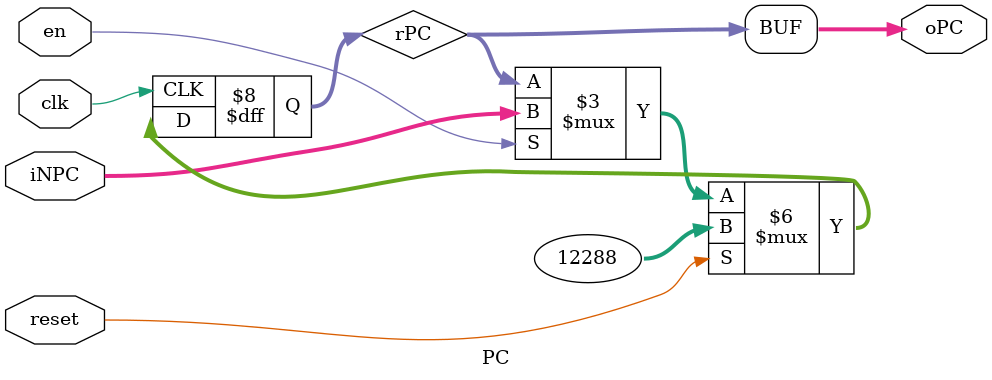
<source format=v>
`timescale 1ns / 1ps

module PC(
		input [31:0] iNPC,
		input clk,
		input en,
		input reset,
		output [31:0] oPC
    );
	 
	reg [31:0] rPC;
	 
	initial rPC = 32'h3000;
	 
	always@(posedge clk) begin
		if(reset) rPC <= 32'h3000;
		else if(en) rPC <= iNPC;
	end
	
	assign oPC = rPC;

endmodule

</source>
